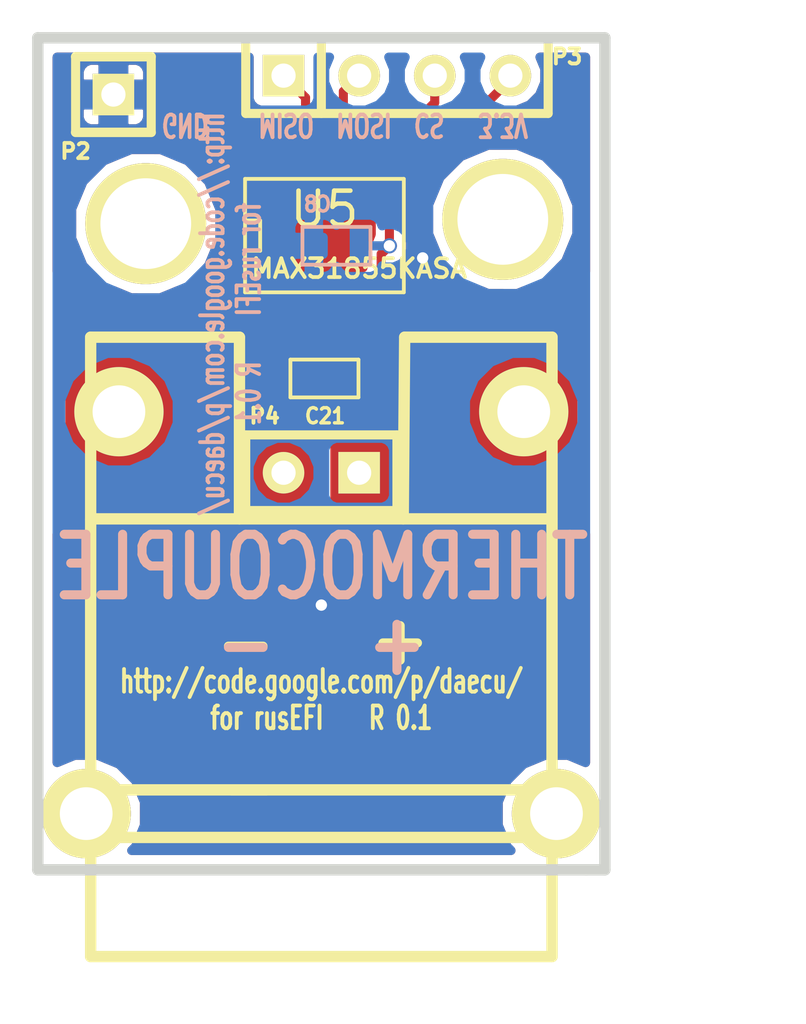
<source format=kicad_pcb>
(kicad_pcb (version 3) (host pcbnew "(2013-07-07 BZR 4022)-stable")

  (general
    (links 13)
    (no_connects 0)
    (area 93.7768 56.5658 124.877288 94.6912)
    (thickness 1.6002)
    (drawings 15)
    (tracks 42)
    (zones 0)
    (modules 9)
    (nets 8)
  )

  (page A4)
  (layers
    (15 Front signal)
    (0 Back signal)
    (16 B.Adhes user)
    (17 F.Adhes user)
    (18 B.Paste user)
    (19 F.Paste user)
    (20 B.SilkS user)
    (21 F.SilkS user)
    (22 B.Mask user)
    (23 F.Mask user)
    (24 Dwgs.User user)
    (25 Cmts.User user)
    (26 Eco1.User user)
    (27 Eco2.User user)
    (28 Edge.Cuts user)
  )

  (setup
    (last_trace_width 0.3048)
    (user_trace_width 0.381)
    (user_trace_width 0.508)
    (user_trace_width 0.635)
    (user_trace_width 1.016)
    (trace_clearance 0.3048)
    (zone_clearance 0.3048)
    (zone_45_only no)
    (trace_min 0.00762)
    (segment_width 0.381)
    (edge_width 0.381)
    (via_size 0.508)
    (via_drill 0.381)
    (via_min_size 0.02032)
    (via_min_drill 0.381)
    (user_via 1.00076 0.89916)
    (uvia_size 0.508)
    (uvia_drill 0.127)
    (uvias_allowed no)
    (uvia_min_size 0.02032)
    (uvia_min_drill 0.127)
    (pcb_text_width 0.3048)
    (pcb_text_size 1.524 2.032)
    (mod_edge_width 0.254)
    (mod_text_size 1.524 1.524)
    (mod_text_width 0.3048)
    (pad_size 0.762 1.27)
    (pad_drill 0)
    (pad_to_mask_clearance 0.254)
    (aux_axis_origin 0 0)
    (visible_elements FFFFFFBF)
    (pcbplotparams
      (layerselection 284983297)
      (usegerberextensions true)
      (excludeedgelayer true)
      (linewidth 0.150000)
      (plotframeref false)
      (viasonmask false)
      (mode 1)
      (useauxorigin false)
      (hpglpennumber 1)
      (hpglpenspeed 20)
      (hpglpendiameter 15)
      (hpglpenoverlay 0)
      (psnegative false)
      (psa4output false)
      (plotreference true)
      (plotvalue false)
      (plotothertext false)
      (plotinvisibletext false)
      (padsonsilk false)
      (subtractmaskfromsilk false)
      (outputformat 1)
      (mirror false)
      (drillshape 1)
      (scaleselection 1)
      (outputdirectory gerbers/gerbers_Spin2/))
  )

  (net 0 "")
  (net 1 //CS)
  (net 2 /MISO)
  (net 3 /SCK)
  (net 4 /TCPL+)
  (net 5 /TCPL-)
  (net 6 3.3v)
  (net 7 GND)

  (net_class Default "This is the default net class."
    (clearance 0.3048)
    (trace_width 0.3048)
    (via_dia 0.508)
    (via_drill 0.381)
    (uvia_dia 0.508)
    (uvia_drill 0.127)
    (add_net "")
    (add_net //CS)
    (add_net /MISO)
    (add_net /SCK)
    (add_net /TCPL+)
    (add_net /TCPL-)
    (add_net 3.3v)
    (add_net GND)
  )

  (module 1pin (layer Front) (tedit 4F629911) (tstamp 4F628E0D)
    (at 98.87712 65.29578)
    (descr "module 1 pin (ou trou mecanique de percage)")
    (tags DEV)
    (path /4F629521)
    (fp_text reference V802 (at 0 -3.048) (layer F.SilkS) hide
      (effects (font (size 1.016 1.016) (thickness 0.254)))
    )
    (fp_text value VIA (at 0 2.794) (layer F.SilkS) hide
      (effects (font (size 1.016 1.016) (thickness 0.254)))
    )
    (pad 1 thru_hole circle (at 0 0) (size 4.064 4.064) (drill 3.048)
      (layers *.Cu *.Mask F.SilkS)
    )
  )

  (module 1pin (layer Front) (tedit 4F629903) (tstamp 4F6280CB)
    (at 110.871 65.151)
    (descr "module 1 pin (ou trou mecanique de percage)")
    (tags DEV)
    (path /4F627FCA)
    (fp_text reference V801 (at 0 -3.048) (layer F.SilkS) hide
      (effects (font (size 1.016 1.016) (thickness 0.254)))
    )
    (fp_text value VIA (at 0 2.794) (layer F.SilkS) hide
      (effects (font (size 1.016 1.016) (thickness 0.254)))
    )
    (pad 1 thru_hole circle (at 0 0) (size 4.064 4.064) (drill 3.048)
      (layers *.Cu *.Mask F.SilkS)
    )
  )

  (module SO8E (layer Front) (tedit 4F661D77) (tstamp 4E47F42B)
    (at 104.87914 65.6971)
    (descr "module CMS SOJ 8 pins etroit")
    (tags "CMS SOJ")
    (path /4E13FF86)
    (attr smd)
    (fp_text reference U5 (at 0 -0.889) (layer F.SilkS)
      (effects (font (size 1.143 1.143) (thickness 0.1524)))
    )
    (fp_text value MAX31855KASA (at 1.16586 1.1049) (layer F.SilkS)
      (effects (font (size 0.635 0.635) (thickness 0.127)))
    )
    (fp_line (start -2.667 1.778) (end -2.667 1.905) (layer F.SilkS) (width 0.127))
    (fp_line (start -2.667 1.905) (end 2.667 1.905) (layer F.SilkS) (width 0.127))
    (fp_line (start 2.667 -1.905) (end -2.667 -1.905) (layer F.SilkS) (width 0.127))
    (fp_line (start -2.667 -1.905) (end -2.667 1.778) (layer F.SilkS) (width 0.127))
    (fp_line (start -2.667 -0.508) (end -2.159 -0.508) (layer F.SilkS) (width 0.127))
    (fp_line (start -2.159 -0.508) (end -2.159 0.508) (layer F.SilkS) (width 0.127))
    (fp_line (start -2.159 0.508) (end -2.667 0.508) (layer F.SilkS) (width 0.127))
    (fp_line (start 2.667 -1.905) (end 2.667 1.905) (layer F.SilkS) (width 0.127))
    (pad 8 smd rect (at -1.905 -2.667) (size 0.508 1.143)
      (layers Front F.Paste F.Mask)
    )
    (pad 1 smd rect (at -1.905 2.667) (size 0.508 1.143)
      (layers Front F.Paste F.Mask)
      (net 7 GND)
    )
    (pad 7 smd rect (at -0.635 -2.667) (size 0.508 1.143)
      (layers Front F.Paste F.Mask)
      (net 2 /MISO)
    )
    (pad 6 smd rect (at 0.635 -2.667) (size 0.508 1.143)
      (layers Front F.Paste F.Mask)
      (net 1 //CS)
    )
    (pad 5 smd rect (at 1.905 -2.667) (size 0.508 1.143)
      (layers Front F.Paste F.Mask)
      (net 3 /SCK)
    )
    (pad 2 smd rect (at -0.635 2.667) (size 0.508 1.143)
      (layers Front F.Paste F.Mask)
      (net 5 /TCPL-)
    )
    (pad 3 smd rect (at 0.635 2.667) (size 0.508 1.143)
      (layers Front F.Paste F.Mask)
      (net 4 /TCPL+)
    )
    (pad 4 smd rect (at 1.905 2.667) (size 0.508 1.143)
      (layers Front F.Paste F.Mask)
      (net 6 3.3v)
    )
    (model 3D/so-8.wrl
      (at (xyz 0 0 0))
      (scale (xyz 1 1 1))
      (rotate (xyz 0 0 0))
    )
  )

  (module SM0603 (layer Back) (tedit 535A1FEF) (tstamp 4E47F455)
    (at 105.283 66.04 180)
    (path /4E13FFE2)
    (attr smd)
    (fp_text reference C8 (at 0.635 1.397 180) (layer B.SilkS)
      (effects (font (size 0.508 0.4572) (thickness 0.1143)) (justify mirror))
    )
    (fp_text value 100nF (at 0 0 180) (layer B.SilkS) hide
      (effects (font (size 0.508 0.4572) (thickness 0.1143)) (justify mirror))
    )
    (fp_line (start -1.143 0.635) (end 1.143 0.635) (layer B.SilkS) (width 0.127))
    (fp_line (start 1.143 0.635) (end 1.143 -0.635) (layer B.SilkS) (width 0.127))
    (fp_line (start 1.143 -0.635) (end -1.143 -0.635) (layer B.SilkS) (width 0.127))
    (fp_line (start -1.143 -0.635) (end -1.143 0.635) (layer B.SilkS) (width 0.127))
    (pad 1 smd rect (at -0.762 0 180) (size 0.635 1.143)
      (layers Back B.Paste B.Mask)
      (net 6 3.3v)
    )
    (pad 2 smd rect (at 0.762 0 180) (size 0.635 1.143)
      (layers Back B.Paste B.Mask)
      (net 7 GND)
    )
    (model smd/resistors/R0603.wrl
      (at (xyz 0 0 0.001))
      (scale (xyz 0.5 0.5 0.5))
      (rotate (xyz 0 0 0))
    )
  )

  (module SM0603 (layer Front) (tedit 4F661D32) (tstamp 4E4C6BB1)
    (at 104.87914 70.49516)
    (path /4E4C6B54)
    (attr smd)
    (fp_text reference C21 (at 0.02286 1.25984) (layer F.SilkS)
      (effects (font (size 0.508 0.4572) (thickness 0.1143)))
    )
    (fp_text value 10nF (at 0 0) (layer F.SilkS) hide
      (effects (font (size 0.508 0.4572) (thickness 0.1143)))
    )
    (fp_line (start -1.143 -0.635) (end 1.143 -0.635) (layer F.SilkS) (width 0.127))
    (fp_line (start 1.143 -0.635) (end 1.143 0.635) (layer F.SilkS) (width 0.127))
    (fp_line (start 1.143 0.635) (end -1.143 0.635) (layer F.SilkS) (width 0.127))
    (fp_line (start -1.143 0.635) (end -1.143 -0.635) (layer F.SilkS) (width 0.127))
    (pad 1 smd rect (at -0.762 0) (size 0.635 1.143)
      (layers Front F.Paste F.Mask)
      (net 5 /TCPL-)
    )
    (pad 2 smd rect (at 0.762 0) (size 0.635 1.143)
      (layers Front F.Paste F.Mask)
      (net 4 /TCPL+)
    )
    (model smd/resistors/R0603.wrl
      (at (xyz 0 0 0.001))
      (scale (xyz 0.5 0.5 0.5))
      (rotate (xyz 0 0 0))
    )
  )

  (module tcpl_PCC-SMP (layer Front) (tedit 535A1C3C) (tstamp 535A19ED)
    (at 104.775 78.359 270)
    (path /535A15DB)
    (fp_text reference P1 (at -1.778 9.779 270) (layer F.SilkS) hide
      (effects (font (size 1.524 1.524) (thickness 0.3048)))
    )
    (fp_text value CONN_2 (at -1.5748 4.699 360) (layer F.SilkS) hide
      (effects (font (size 1.524 1.524) (thickness 0.3048)))
    )
    (fp_text user - (at 1.016 2.54 360) (layer F.SilkS)
      (effects (font (size 1.524 1.524) (thickness 0.3048)))
    )
    (fp_text user + (at 1.016 -2.54 270) (layer F.SilkS)
      (effects (font (size 1.524 1.524) (thickness 0.3048)))
    )
    (fp_line (start -3.0988 7.74954) (end -9.25068 7.74954) (layer F.SilkS) (width 0.381))
    (fp_line (start -9.25068 7.74954) (end -9.25068 2.75082) (layer F.SilkS) (width 0.381))
    (fp_line (start -9.25068 2.75082) (end -3.1496 2.75082) (layer F.SilkS) (width 0.381))
    (fp_line (start -3.1496 -2.75082) (end -9.25068 -2.79908) (layer F.SilkS) (width 0.381))
    (fp_line (start -9.25068 -2.79908) (end -9.25068 -7.74954) (layer F.SilkS) (width 0.381))
    (fp_line (start -9.25068 -7.74954) (end -3.1496 -7.74954) (layer F.SilkS) (width 0.381))
    (fp_line (start 5.95122 7.74954) (end 5.95122 -7.74954) (layer F.SilkS) (width 0.381))
    (fp_line (start 7.54888 -7.74954) (end 7.54888 7.74954) (layer F.SilkS) (width 0.381))
    (fp_line (start -3.1496 -7.74954) (end 11.54938 -7.74954) (layer F.SilkS) (width 0.381))
    (fp_line (start -3.1496 7.74954) (end -3.1496 -7.74954) (layer F.SilkS) (width 0.381))
    (fp_line (start 11.54938 7.74954) (end -3.1496 7.74954) (layer F.SilkS) (width 0.381))
    (fp_line (start 11.54938 -7.74954) (end 11.54938 7.74954) (layer F.SilkS) (width 0.381))
    (pad M thru_hole circle (at 6.74878 -7.8994 270) (size 2.99974 2.99974) (drill 1.77038)
      (layers *.Cu *.Mask F.SilkS)
    )
    (pad M thru_hole circle (at 6.74878 7.8994 270) (size 2.99974 2.99974) (drill 1.77038)
      (layers *.Cu *.Mask F.SilkS)
    )
    (pad 2 thru_hole circle (at -6.74878 -6.79958 270) (size 2.99974 2.99974) (drill 1.77038)
      (layers *.Cu *.Mask F.SilkS)
      (net 4 /TCPL+)
    )
    (pad 1 thru_hole circle (at -6.74878 6.79958 270) (size 2.99974 2.99974) (drill 1.77038)
      (layers *.Cu *.Mask F.SilkS)
      (net 5 /TCPL-)
    )
    (model 3D/TCPL_CONNECTOR_PCC-SMP.wrl
      (at (xyz 0.46 0.315 -0.17))
      (scale (xyz 10 10 10))
      (rotate (xyz 0 0 180))
    )
  )

  (module SIL-4 (layer Front) (tedit 535A1D77) (tstamp 4F67B26C)
    (at 107.315 60.325)
    (descr "Connecteur 4 pibs")
    (tags "CONN DEV")
    (path /535A166C)
    (fp_text reference P3 (at 5.715 -0.635) (layer F.SilkS)
      (effects (font (size 0.508 0.508) (thickness 0.127)))
    )
    (fp_text value CONN_4 (at 0 -2.54) (layer F.SilkS) hide
      (effects (font (size 1.524 1.016) (thickness 0.3048)))
    )
    (fp_line (start -5.08 -1.27) (end -5.08 -1.27) (layer F.SilkS) (width 0.3048))
    (fp_line (start -5.08 1.27) (end -5.08 -1.27) (layer F.SilkS) (width 0.3048))
    (fp_line (start -5.08 -1.27) (end -5.08 -1.27) (layer F.SilkS) (width 0.3048))
    (fp_line (start -5.08 -1.27) (end 5.08 -1.27) (layer F.SilkS) (width 0.3048))
    (fp_line (start 5.08 -1.27) (end 5.08 1.27) (layer F.SilkS) (width 0.3048))
    (fp_line (start 5.08 1.27) (end -5.08 1.27) (layer F.SilkS) (width 0.3048))
    (fp_line (start -2.54 1.27) (end -2.54 -1.27) (layer F.SilkS) (width 0.3048))
    (pad 1 thru_hole rect (at -3.81 0) (size 1.397 1.397) (drill 0.8128)
      (layers *.Cu *.Mask F.SilkS)
      (net 2 /MISO)
    )
    (pad 2 thru_hole circle (at -1.27 0) (size 1.397 1.397) (drill 0.8128)
      (layers *.Cu *.Mask F.SilkS)
      (net 1 //CS)
    )
    (pad 3 thru_hole circle (at 1.27 0) (size 1.397 1.397) (drill 0.8128)
      (layers *.Cu *.Mask F.SilkS)
      (net 3 /SCK)
    )
    (pad 4 thru_hole circle (at 3.81 0) (size 1.397 1.397) (drill 0.8128)
      (layers *.Cu *.Mask F.SilkS)
      (net 6 3.3v)
    )
  )

  (module SIL-1 (layer Front) (tedit 535A1D7C) (tstamp 4F5CF533)
    (at 97.79 60.96 180)
    (descr "Connecteurs 1 pin")
    (tags "CONN DEV")
    (path /535A1737)
    (fp_text reference P2 (at 1.27 -1.905 180) (layer F.SilkS)
      (effects (font (size 0.508 0.508) (thickness 0.127)))
    )
    (fp_text value CONN_1 (at 0 -2.54 180) (layer F.SilkS) hide
      (effects (font (size 1.524 1.016) (thickness 0.254)))
    )
    (fp_line (start -1.27 1.27) (end 1.27 1.27) (layer F.SilkS) (width 0.3175))
    (fp_line (start -1.27 -1.27) (end 1.27 -1.27) (layer F.SilkS) (width 0.3175))
    (fp_line (start -1.27 1.27) (end -1.27 -1.27) (layer F.SilkS) (width 0.3048))
    (fp_line (start 1.27 -1.27) (end 1.27 1.27) (layer F.SilkS) (width 0.3048))
    (pad 1 thru_hole rect (at 0 0 180) (size 1.397 1.397) (drill 0.8128)
      (layers *.Cu *.Mask F.SilkS)
      (net 7 GND)
    )
  )

  (module SIL-2 (layer Front) (tedit 535A1CFD) (tstamp 535A1BB9)
    (at 104.775 73.66 180)
    (descr "Connecteurs 2 pins")
    (tags "CONN DEV")
    (path /535A1B1D)
    (fp_text reference P4 (at 1.905 1.905 180) (layer F.SilkS)
      (effects (font (size 0.508 0.508) (thickness 0.127)))
    )
    (fp_text value CONN_2 (at 0 -2.54 180) (layer F.SilkS) hide
      (effects (font (size 1.524 1.016) (thickness 0.3048)))
    )
    (fp_line (start -2.54 1.27) (end -2.54 -1.27) (layer F.SilkS) (width 0.3048))
    (fp_line (start -2.54 -1.27) (end 2.54 -1.27) (layer F.SilkS) (width 0.3048))
    (fp_line (start 2.54 -1.27) (end 2.54 1.27) (layer F.SilkS) (width 0.3048))
    (fp_line (start 2.54 1.27) (end -2.54 1.27) (layer F.SilkS) (width 0.3048))
    (pad 1 thru_hole rect (at -1.27 0 180) (size 1.397 1.397) (drill 0.8128)
      (layers *.Cu *.Mask F.SilkS)
      (net 4 /TCPL+)
    )
    (pad 2 thru_hole circle (at 1.27 0 180) (size 1.397 1.397) (drill 0.8128)
      (layers *.Cu *.Mask F.SilkS)
      (net 5 /TCPL-)
    )
  )

  (gr_text "http://code.google.com/p/daecu/\nfor rusEFI    R 0.1" (at 104.775 81.28) (layer F.SilkS)
    (effects (font (size 0.762 0.508) (thickness 0.127)))
  )
  (gr_text "http://code.google.com/p/daecu/\nfor rusEFI    R 0.1" (at 101.727 68.326 90) (layer B.SilkS)
    (effects (font (size 0.762 0.508) (thickness 0.127)) (justify mirror))
  )
  (gr_text "MISO  MOSI  CS   3.3V" (at 107.188 61.976 180) (layer B.SilkS)
    (effects (font (size 0.762 0.508) (thickness 0.127)) (justify mirror))
  )
  (gr_text GND (at 100.203 61.976 180) (layer B.SilkS)
    (effects (font (size 0.762 0.508) (thickness 0.127)) (justify mirror))
  )
  (dimension 19.05 (width 0.3048) (layer Cmts.User)
    (gr_text "0.7500 in" (at 104.775 93.065599) (layer Cmts.User)
      (effects (font (size 2.032 1.524) (thickness 0.3048)))
    )
    (feature1 (pts (xy 114.3 88.9) (xy 114.3 94.691199)))
    (feature2 (pts (xy 95.25 88.9) (xy 95.25 94.691199)))
    (crossbar (pts (xy 95.25 91.439999) (xy 114.3 91.439999)))
    (arrow1a (pts (xy 114.3 91.439999) (xy 113.173497 92.026419)))
    (arrow1b (pts (xy 114.3 91.439999) (xy 113.173497 90.853579)))
    (arrow2a (pts (xy 95.25 91.439999) (xy 96.376503 92.026419)))
    (arrow2b (pts (xy 95.25 91.439999) (xy 96.376503 90.853579)))
  )
  (dimension 27.94 (width 0.3048) (layer Cmts.User)
    (gr_text "1.1000 in" (at 119.1006 73.025 90) (layer Cmts.User)
      (effects (font (size 2.032 1.524) (thickness 0.3048)))
    )
    (feature1 (pts (xy 116.205 59.055) (xy 120.7262 59.055)))
    (feature2 (pts (xy 116.205 86.995) (xy 120.7262 86.995)))
    (crossbar (pts (xy 117.475 86.995) (xy 117.475 59.055)))
    (arrow1a (pts (xy 117.475 59.055) (xy 118.06142 60.181503)))
    (arrow1b (pts (xy 117.475 59.055) (xy 116.88858 60.181503)))
    (arrow2a (pts (xy 117.475 86.995) (xy 118.06142 85.868497)))
    (arrow2b (pts (xy 117.475 86.995) (xy 116.88858 85.868497)))
  )
  (gr_line (start 114.3 86.995) (end 113.665 86.995) (angle 90) (layer Edge.Cuts) (width 0.381))
  (gr_line (start 114.3 59.055) (end 114.3 86.995) (angle 90) (layer Edge.Cuts) (width 0.381))
  (gr_line (start 95.25 59.055) (end 114.3 59.055) (angle 90) (layer Edge.Cuts) (width 0.381))
  (gr_line (start 95.25 86.995) (end 95.25 59.055) (angle 90) (layer Edge.Cuts) (width 0.381))
  (gr_line (start 113.665 86.995) (end 95.25 86.995) (angle 90) (layer Edge.Cuts) (width 0.381))
  (gr_text + (at 107.315 79.375) (layer B.SilkS)
    (effects (font (size 2.032 1.524) (thickness 0.3048)))
  )
  (gr_text - (at 102.235 79.375) (layer B.SilkS)
    (effects (font (size 2.032 1.524) (thickness 0.3048)))
  )
  (gr_text THERMOCOUPLE (at 104.775 76.835) (layer B.SilkS)
    (effects (font (size 2.032 1.524) (thickness 0.3048)) (justify mirror))
  )
  (gr_text - (at 102.34422 84.19592) (layer F.SilkS)
    (effects (font (size 2.032 1.524) (thickness 0.3048)))
  )

  (segment (start 105.51414 63.0301) (end 105.51414 60.85586) (width 0.3048) (layer Front) (net 1))
  (segment (start 105.51414 60.85586) (end 106.045 60.325) (width 0.3048) (layer Front) (net 1) (tstamp 535A1F73))
  (segment (start 104.24414 63.0301) (end 104.24414 61.06414) (width 0.3048) (layer Front) (net 2))
  (segment (start 104.24414 61.06414) (end 103.505 60.325) (width 0.3048) (layer Front) (net 2) (tstamp 535A1F6E))
  (segment (start 104.24414 62.63386) (end 104.24414 63.0301) (width 0.2032) (layer Front) (net 2))
  (segment (start 108.585 60.325) (end 108.585 61.22924) (width 0.3048) (layer Front) (net 3))
  (segment (start 108.585 61.22924) (end 106.78414 63.0301) (width 0.3048) (layer Front) (net 3) (tstamp 535A1F78))
  (segment (start 105.51414 68.3641) (end 105.51414 73.12914) (width 0.2032) (layer Front) (net 4))
  (segment (start 105.51414 73.12914) (end 106.045 73.66) (width 0.2032) (layer Front) (net 4) (tstamp 535A1D16))
  (segment (start 105.51414 68.3641) (end 105.51414 70.36816) (width 0.508) (layer Front) (net 4))
  (segment (start 105.51414 70.36816) (end 105.64114 70.49516) (width 0.508) (layer Front) (net 4))
  (segment (start 105.64114 70.49516) (end 110.45952 70.49516) (width 0.508) (layer Front) (net 4))
  (segment (start 110.45952 70.49516) (end 111.57458 71.61022) (width 0.508) (layer Front) (net 4))
  (segment (start 99.09048 70.49516) (end 97.97542 71.61022) (width 0.508) (layer Front) (net 5))
  (segment (start 104.11714 70.49516) (end 99.09048 70.49516) (width 0.508) (layer Front) (net 5))
  (segment (start 104.24414 70.36816) (end 104.11714 70.49516) (width 0.508) (layer Front) (net 5))
  (segment (start 104.24414 68.3641) (end 104.24414 70.36816) (width 0.508) (layer Front) (net 5))
  (segment (start 104.24414 68.3641) (end 104.24414 72.92086) (width 0.2032) (layer Front) (net 5))
  (segment (start 104.24414 72.92086) (end 103.505 73.66) (width 0.2032) (layer Front) (net 5) (tstamp 535A1D0E))
  (segment (start 107.061 66.04) (end 107.061 64.516) (width 0.3048) (layer Front) (net 6))
  (segment (start 111.125 60.452) (end 111.125 60.325) (width 0.3048) (layer Front) (net 6) (tstamp 535A2433))
  (segment (start 107.061 64.516) (end 111.125 60.452) (width 0.3048) (layer Front) (net 6) (tstamp 535A2425))
  (segment (start 106.78414 68.3641) (end 106.78414 66.31686) (width 0.3048) (layer Front) (net 6))
  (segment (start 106.78414 66.31686) (end 107.061 66.04) (width 0.3048) (layer Front) (net 6) (tstamp 535A20D0))
  (segment (start 106.045 66.04) (end 107.061 66.04) (width 0.3048) (layer Back) (net 6))
  (via (at 107.061 66.04) (size 0.508) (layers Front Back) (net 6))
  (segment (start 104.521 66.04) (end 104.521 68.834) (width 0.3048) (layer Back) (net 7))
  (via (at 104.775 78.105) (size 0.508) (layers Front Back) (net 7))
  (segment (start 102.87 78.105) (end 104.775 78.105) (width 0.3048) (layer Back) (net 7) (tstamp 535A2577))
  (segment (start 100.965 76.2) (end 102.87 78.105) (width 0.3048) (layer Back) (net 7) (tstamp 535A2575))
  (segment (start 100.965 72.39) (end 100.965 76.2) (width 0.3048) (layer Back) (net 7) (tstamp 535A2571))
  (segment (start 104.521 68.834) (end 100.965 72.39) (width 0.3048) (layer Back) (net 7) (tstamp 535A256D))
  (segment (start 104.521 66.04) (end 104.521 65.024) (width 0.3048) (layer Back) (net 7))
  (segment (start 108.1786 66.4464) (end 108.1024 66.3702) (width 0.3048) (layer Front) (net 7) (tstamp 535A241A))
  (via (at 108.1786 66.4464) (size 0.508) (layers Front Back) (net 7))
  (segment (start 108.1786 65.7352) (end 108.1786 66.4464) (width 0.3048) (layer Back) (net 7) (tstamp 535A2411))
  (segment (start 107.3658 64.9224) (end 108.1786 65.7352) (width 0.3048) (layer Back) (net 7) (tstamp 535A240D))
  (segment (start 104.6226 64.9224) (end 107.3658 64.9224) (width 0.3048) (layer Back) (net 7) (tstamp 535A23FD))
  (segment (start 104.521 65.024) (end 104.6226 64.9224) (width 0.3048) (layer Back) (net 7) (tstamp 535A23FB))
  (segment (start 102.97414 68.3641) (end 102.97414 65.12814) (width 0.3048) (layer Front) (net 7))
  (segment (start 98.806 60.96) (end 97.79 60.96) (width 0.3048) (layer Front) (net 7) (tstamp 535A20DA))
  (segment (start 102.97414 65.12814) (end 98.806 60.96) (width 0.3048) (layer Front) (net 7) (tstamp 535A20D6))

  (zone (net 4) (net_name /TCPL+) (layer Front) (tstamp 535A2568) (hatch edge 0.508)
    (connect_pads yes (clearance 0.2032))
    (min_thickness 0.254)
    (fill (arc_segments 16) (thermal_gap 0.508) (thermal_bridge_width 0.508) (smoothing fillet) (radius 0.508))
    (polygon
      (pts
        (xy 113.37798 75.29576) (xy 113.37798 67.39636) (xy 105.07726 67.39636) (xy 105.07726 75.29576)
      )
    )
    (filled_polygon
      (pts
        (xy 113.25098 74.775252) (xy 113.21968 74.93261) (xy 113.137628 75.055408) (xy 113.01483 75.13746) (xy 112.857472 75.16876)
        (xy 105.597768 75.16876) (xy 105.44041 75.13746) (xy 105.317612 75.055408) (xy 105.23556 74.93261) (xy 105.20426 74.775252)
        (xy 105.20426 67.916868) (xy 105.23556 67.75951) (xy 105.317612 67.636712) (xy 105.44041 67.55466) (xy 105.597768 67.52336)
        (xy 106.18866 67.52336) (xy 106.164292 67.547686) (xy 106.098416 67.706333) (xy 106.098266 67.878113) (xy 106.098266 69.021113)
        (xy 106.163865 69.179875) (xy 106.285226 69.301448) (xy 106.443873 69.367324) (xy 106.615653 69.367474) (xy 107.123653 69.367474)
        (xy 107.282415 69.301875) (xy 107.403988 69.180514) (xy 107.469864 69.021867) (xy 107.470014 68.850087) (xy 107.470014 67.707087)
        (xy 107.404415 67.548325) (xy 107.379493 67.52336) (xy 110.159591 67.52336) (xy 110.37877 67.614371) (xy 111.35893 67.615226)
        (xy 111.581262 67.52336) (xy 112.857472 67.52336) (xy 113.01483 67.55466) (xy 113.137628 67.636712) (xy 113.21968 67.75951)
        (xy 113.25098 67.916868) (xy 113.25098 74.775252)
      )
    )
  )
  (zone (net 5) (net_name /TCPL-) (layer Front) (tstamp 535A2567) (hatch edge 0.508)
    (connect_pads yes (clearance 0.2032))
    (min_thickness 0.254)
    (fill (arc_segments 16) (thermal_gap 0.508) (thermal_bridge_width 0.508) (smoothing fillet) (radius 0.508))
    (polygon
      (pts
        (xy 104.67848 75.29576) (xy 104.67848 67.39636) (xy 96.1771 67.39636) (xy 96.1771 75.29576)
      )
    )
    (filled_polygon
      (pts
        (xy 104.55148 74.775252) (xy 104.52018 74.93261) (xy 104.438128 75.055408) (xy 104.31533 75.13746) (xy 104.157972 75.16876)
        (xy 96.697608 75.16876) (xy 96.54025 75.13746) (xy 96.417452 75.055408) (xy 96.3354 74.93261) (xy 96.3041 74.775252)
        (xy 96.3041 67.916868) (xy 96.3354 67.75951) (xy 96.417452 67.636712) (xy 96.54025 67.55466) (xy 96.697608 67.52336)
        (xy 97.817043 67.52336) (xy 98.38489 67.759151) (xy 99.36505 67.760006) (xy 99.937776 67.52336) (xy 102.37866 67.52336)
        (xy 102.354292 67.547686) (xy 102.288416 67.706333) (xy 102.288266 67.878113) (xy 102.288266 69.021113) (xy 102.353865 69.179875)
        (xy 102.475226 69.301448) (xy 102.633873 69.367324) (xy 102.805653 69.367474) (xy 103.313653 69.367474) (xy 103.472415 69.301875)
        (xy 103.593988 69.180514) (xy 103.659864 69.021867) (xy 103.660014 68.850087) (xy 103.660014 67.707087) (xy 103.594415 67.548325)
        (xy 103.569493 67.52336) (xy 104.157972 67.52336) (xy 104.31533 67.55466) (xy 104.438128 67.636712) (xy 104.52018 67.75951)
        (xy 104.55148 67.916868) (xy 104.55148 74.775252)
      )
    )
  )
  (zone (net 7) (net_name GND) (layer Back) (tstamp 535A2566) (hatch edge 0.508)
    (connect_pads (clearance 0.3048))
    (min_thickness 0.3048)
    (fill (arc_segments 16) (thermal_gap 0.3) (thermal_bridge_width 1.38176) (smoothing fillet) (radius 0.508))
    (polygon
      (pts
        (xy 114.935 58.42) (xy 94.615 58.42) (xy 94.615 87.63) (xy 114.935 87.63)
      )
    )
    (filled_polygon
      (pts
        (xy 113.6523 83.394755) (xy 113.531989 83.344797) (xy 113.531989 71.222643) (xy 113.360631 70.807925) (xy 113.360631 64.65804)
        (xy 112.982471 63.742824) (xy 112.282859 63.04199) (xy 111.368305 62.662233) (xy 110.37804 62.661369) (xy 109.462824 63.039529)
        (xy 108.76199 63.739141) (xy 108.382233 64.653695) (xy 108.381369 65.64396) (xy 108.759529 66.559176) (xy 109.459141 67.26001)
        (xy 110.373695 67.639767) (xy 111.36396 67.640631) (xy 112.279176 67.262471) (xy 112.98001 66.562859) (xy 113.359767 65.648305)
        (xy 113.360631 64.65804) (xy 113.360631 70.807925) (xy 113.23467 70.503077) (xy 112.684618 69.952064) (xy 111.965573 69.653491)
        (xy 111.187003 69.652811) (xy 110.467437 69.95013) (xy 109.916424 70.500182) (xy 109.617851 71.219227) (xy 109.617171 71.997797)
        (xy 109.91449 72.717363) (xy 110.464542 73.268376) (xy 111.183587 73.566949) (xy 111.962157 73.567629) (xy 112.681723 73.27031)
        (xy 113.232736 72.720258) (xy 113.531309 72.001213) (xy 113.531989 71.222643) (xy 113.531989 83.344797) (xy 113.065393 83.151051)
        (xy 112.286823 83.150371) (xy 111.567257 83.44769) (xy 111.016244 83.997742) (xy 110.717671 84.716787) (xy 110.716991 85.495357)
        (xy 111.01431 86.214923) (xy 111.146456 86.3473) (xy 107.772323 86.3473) (xy 107.772323 65.899154) (xy 107.664277 65.637664)
        (xy 107.464388 65.437426) (xy 107.203087 65.328924) (xy 106.920154 65.328677) (xy 106.817024 65.371289) (xy 106.750321 65.209855)
        (xy 106.621821 65.081131) (xy 106.453841 65.01138) (xy 106.271956 65.011221) (xy 105.636956 65.011221) (xy 105.468855 65.080679)
        (xy 105.340131 65.209179) (xy 105.280401 65.353024) (xy 105.221802 65.211902) (xy 105.094429 65.084751) (xy 104.928093 65.016022)
        (xy 104.79285 65.0161) (xy 104.67975 65.1292) (xy 104.67975 65.75425) (xy 104.8385 65.75425) (xy 104.8385 66.32575)
        (xy 104.67975 66.32575) (xy 104.67975 66.9508) (xy 104.79285 67.0639) (xy 104.928093 67.063978) (xy 105.094429 66.995249)
        (xy 105.221802 66.868098) (xy 105.280462 66.726829) (xy 105.339679 66.870145) (xy 105.468179 66.998869) (xy 105.636159 67.06862)
        (xy 105.818044 67.068779) (xy 106.453044 67.068779) (xy 106.621145 66.999321) (xy 106.749869 66.870821) (xy 106.817139 66.708815)
        (xy 106.918913 66.751076) (xy 107.201846 66.751323) (xy 107.463336 66.643277) (xy 107.663574 66.443388) (xy 107.772076 66.182087)
        (xy 107.772323 65.899154) (xy 107.772323 86.3473) (xy 107.200779 86.3473) (xy 107.200779 74.267956) (xy 107.200779 72.870956)
        (xy 107.131321 72.702855) (xy 107.002821 72.574131) (xy 106.834841 72.50438) (xy 106.652956 72.504221) (xy 105.255956 72.504221)
        (xy 105.087855 72.573679) (xy 104.959131 72.702179) (xy 104.88938 72.870159) (xy 104.889221 73.052044) (xy 104.889221 74.449044)
        (xy 104.958679 74.617145) (xy 105.087179 74.745869) (xy 105.255159 74.81562) (xy 105.437044 74.815779) (xy 106.834044 74.815779)
        (xy 107.002145 74.746321) (xy 107.130869 74.617821) (xy 107.20062 74.449841) (xy 107.200779 74.267956) (xy 107.200779 86.3473)
        (xy 104.6609 86.3473) (xy 104.6609 73.431126) (xy 104.485326 73.006204) (xy 104.36225 72.882913) (xy 104.36225 66.9508)
        (xy 104.36225 66.32575) (xy 104.36225 65.75425) (xy 104.36225 65.1292) (xy 104.24915 65.0161) (xy 104.113907 65.016022)
        (xy 103.947571 65.084751) (xy 103.820198 65.211902) (xy 103.751179 65.378117) (xy 103.751022 65.558093) (xy 103.7511 65.64115)
        (xy 103.8642 65.75425) (xy 104.36225 65.75425) (xy 104.36225 66.32575) (xy 103.8642 66.32575) (xy 103.7511 66.43885)
        (xy 103.751022 66.521907) (xy 103.751179 66.701883) (xy 103.820198 66.868098) (xy 103.947571 66.995249) (xy 104.113907 67.063978)
        (xy 104.24915 67.0639) (xy 104.36225 66.9508) (xy 104.36225 72.882913) (xy 104.160506 72.680817) (xy 103.735891 72.504502)
        (xy 103.276126 72.5041) (xy 102.851204 72.679674) (xy 102.525817 73.004494) (xy 102.349502 73.429109) (xy 102.3491 73.888874)
        (xy 102.524674 74.313796) (xy 102.849494 74.639183) (xy 103.274109 74.815498) (xy 103.733874 74.8159) (xy 104.158796 74.640326)
        (xy 104.484183 74.315506) (xy 104.660498 73.890891) (xy 104.6609 73.431126) (xy 104.6609 86.3473) (xy 101.366751 86.3473)
        (xy 101.366751 64.80282) (xy 100.988591 63.887604) (xy 100.288979 63.18677) (xy 99.374425 62.807013) (xy 98.940978 62.806634)
        (xy 98.940978 61.568907) (xy 98.940978 60.351093) (xy 98.940821 60.171117) (xy 98.871802 60.004902) (xy 98.744429 59.877751)
        (xy 98.578093 59.809022) (xy 98.25235 59.8091) (xy 98.13925 59.9222) (xy 98.13925 60.61075) (xy 98.8278 60.61075)
        (xy 98.9409 60.49765) (xy 98.940978 60.351093) (xy 98.940978 61.568907) (xy 98.9409 61.42235) (xy 98.8278 61.30925)
        (xy 98.13925 61.30925) (xy 98.13925 61.9978) (xy 98.25235 62.1109) (xy 98.578093 62.110978) (xy 98.744429 62.042249)
        (xy 98.871802 61.915098) (xy 98.940821 61.748883) (xy 98.940978 61.568907) (xy 98.940978 62.806634) (xy 98.38416 62.806149)
        (xy 97.468944 63.184309) (xy 97.44075 63.212453) (xy 97.44075 61.9978) (xy 97.44075 61.30925) (xy 97.44075 60.61075)
        (xy 97.44075 59.9222) (xy 97.32765 59.8091) (xy 97.001907 59.809022) (xy 96.835571 59.877751) (xy 96.708198 60.004902)
        (xy 96.639179 60.171117) (xy 96.639022 60.351093) (xy 96.6391 60.49765) (xy 96.7522 60.61075) (xy 97.44075 60.61075)
        (xy 97.44075 61.30925) (xy 96.7522 61.30925) (xy 96.6391 61.42235) (xy 96.639022 61.568907) (xy 96.639179 61.748883)
        (xy 96.708198 61.915098) (xy 96.835571 62.042249) (xy 97.001907 62.110978) (xy 97.32765 62.1109) (xy 97.44075 61.9978)
        (xy 97.44075 63.212453) (xy 96.76811 63.883921) (xy 96.388353 64.798475) (xy 96.387489 65.78874) (xy 96.765649 66.703956)
        (xy 97.465261 67.40479) (xy 98.379815 67.784547) (xy 99.37008 67.785411) (xy 100.285296 67.407251) (xy 100.98613 66.707639)
        (xy 101.365887 65.793085) (xy 101.366751 64.80282) (xy 101.366751 86.3473) (xy 99.932829 86.3473) (xy 99.932829 71.222643)
        (xy 99.63551 70.503077) (xy 99.085458 69.952064) (xy 98.366413 69.653491) (xy 97.587843 69.652811) (xy 96.868277 69.95013)
        (xy 96.317264 70.500182) (xy 96.018691 71.219227) (xy 96.018011 71.997797) (xy 96.31533 72.717363) (xy 96.865382 73.268376)
        (xy 97.584427 73.566949) (xy 98.362997 73.567629) (xy 99.082563 73.27031) (xy 99.633576 72.720258) (xy 99.932149 72.001213)
        (xy 99.932829 71.222643) (xy 99.932829 86.3473) (xy 98.404047 86.3473) (xy 98.533756 86.217818) (xy 98.832329 85.498773)
        (xy 98.833009 84.720203) (xy 98.53569 84.000637) (xy 97.985638 83.449624) (xy 97.266593 83.151051) (xy 96.488023 83.150371)
        (xy 95.8977 83.394287) (xy 95.8977 59.7027) (xy 102.349233 59.7027) (xy 102.349221 59.717044) (xy 102.349221 61.114044)
        (xy 102.418679 61.282145) (xy 102.547179 61.410869) (xy 102.715159 61.48062) (xy 102.897044 61.480779) (xy 104.294044 61.480779)
        (xy 104.462145 61.411321) (xy 104.590869 61.282821) (xy 104.66062 61.114841) (xy 104.660779 60.932956) (xy 104.660779 59.7027)
        (xy 105.052028 59.7027) (xy 104.889502 60.094109) (xy 104.8891 60.553874) (xy 105.064674 60.978796) (xy 105.389494 61.304183)
        (xy 105.814109 61.480498) (xy 106.273874 61.4809) (xy 106.698796 61.305326) (xy 107.024183 60.980506) (xy 107.200498 60.555891)
        (xy 107.2009 60.096126) (xy 107.038339 59.7027) (xy 107.592028 59.7027) (xy 107.429502 60.094109) (xy 107.4291 60.553874)
        (xy 107.604674 60.978796) (xy 107.929494 61.304183) (xy 108.354109 61.480498) (xy 108.813874 61.4809) (xy 109.238796 61.305326)
        (xy 109.564183 60.980506) (xy 109.740498 60.555891) (xy 109.7409 60.096126) (xy 109.578339 59.7027) (xy 110.132028 59.7027)
        (xy 109.969502 60.094109) (xy 109.9691 60.553874) (xy 110.144674 60.978796) (xy 110.469494 61.304183) (xy 110.894109 61.480498)
        (xy 111.353874 61.4809) (xy 111.778796 61.305326) (xy 112.104183 60.980506) (xy 112.280498 60.555891) (xy 112.2809 60.096126)
        (xy 112.118339 59.7027) (xy 113.6523 59.7027) (xy 113.6523 83.394755)
      )
    )
  )
  (zone (net 7) (net_name GND) (layer Front) (tstamp 535A256C) (hatch edge 0.508)
    (connect_pads (clearance 0.3048))
    (min_thickness 0.3048)
    (fill (arc_segments 16) (thermal_gap 0.3) (thermal_bridge_width 1.38176) (smoothing fillet) (radius 0.508))
    (polygon
      (pts
        (xy 93.98 57.785) (xy 115.57 57.785) (xy 115.57 88.265) (xy 93.98 88.265)
      )
    )
    (polygon
      (pts        (xy 95.758 75.692) (xy 95.758 66.929) (xy 113.792 66.929) (xy 113.792 75.692)
      )
    )
    (filled_polygon
      (pts
        (xy 106.656016 64.058879) (xy 106.629948 64.084948) (xy 106.497803 64.282716) (xy 106.4514 64.516) (xy 106.4514 65.653532)
        (xy 106.356272 65.882623) (xy 106.353088 65.885808) (xy 106.220943 66.083576) (xy 106.17454 66.31686) (xy 106.17454 66.7766)
        (xy 100.917048 66.7766) (xy 100.98613 66.707639) (xy 101.365887 65.793085) (xy 101.366751 64.80282) (xy 100.988591 63.887604)
        (xy 100.288979 63.18677) (xy 99.374425 62.807013) (xy 98.940978 62.806634) (xy 98.940978 61.568907) (xy 98.940978 60.351093)
        (xy 98.940821 60.171117) (xy 98.871802 60.004902) (xy 98.744429 59.877751) (xy 98.578093 59.809022) (xy 98.25235 59.8091)
        (xy 98.13925 59.9222) (xy 98.13925 60.61075) (xy 98.8278 60.61075) (xy 98.9409 60.49765) (xy 98.940978 60.351093)
        (xy 98.940978 61.568907) (xy 98.9409 61.42235) (xy 98.8278 61.30925) (xy 98.13925 61.30925) (xy 98.13925 61.9978)
        (xy 98.25235 62.1109) (xy 98.578093 62.110978) (xy 98.744429 62.042249) (xy 98.871802 61.915098) (xy 98.940821 61.748883)
        (xy 98.940978 61.568907) (xy 98.940978 62.806634) (xy 98.38416 62.806149) (xy 97.468944 63.184309) (xy 97.44075 63.212453)
        (xy 97.44075 61.9978) (xy 97.44075 61.30925) (xy 97.44075 60.61075) (xy 97.44075 59.9222) (xy 97.32765 59.8091)
        (xy 97.001907 59.809022) (xy 96.835571 59.877751) (xy 96.708198 60.004902) (xy 96.639179 60.171117) (xy 96.639022 60.351093)
        (xy 96.6391 60.49765) (xy 96.7522 60.61075) (xy 97.44075 60.61075) (xy 97.44075 61.30925) (xy 96.7522 61.30925)
        (xy 96.6391 61.42235) (xy 96.639022 61.568907) (xy 96.639179 61.748883) (xy 96.708198 61.915098) (xy 96.835571 62.042249)
        (xy 97.001907 62.110978) (xy 97.32765 62.1109) (xy 97.44075 61.9978) (xy 97.44075 63.212453) (xy 96.76811 63.883921)
        (xy 96.388353 64.798475) (xy 96.387489 65.78874) (xy 96.765649 66.703956) (xy 96.838166 66.7766) (xy 96.25099 66.7766)
        (xy 96.012133 66.824111) (xy 95.8977 66.900573) (xy 95.8977 59.7027) (xy 102.349233 59.7027) (xy 102.349221 59.717044)
        (xy 102.349221 61.114044) (xy 102.418679 61.282145) (xy 102.547179 61.410869) (xy 102.715159 61.48062) (xy 102.897044 61.480779)
        (xy 103.63454 61.480779) (xy 103.63454 62.167565) (xy 103.609039 62.193021) (xy 103.487461 62.071231) (xy 103.319481 62.00148)
        (xy 103.137596 62.001321) (xy 102.629596 62.001321) (xy 102.461495 62.070779) (xy 102.332771 62.199279) (xy 102.26302 62.367259)
        (xy 102.262861 62.549144) (xy 102.262861 63.692144) (xy 102.332319 63.860245) (xy 102.460819 63.988969) (xy 102.628799 64.05872)
        (xy 102.810684 64.058879) (xy 103.318684 64.058879) (xy 103.486785 63.989421) (xy 103.60924 63.867178) (xy 103.730819 63.988969)
        (xy 103.898799 64.05872) (xy 104.080684 64.058879) (xy 104.588684 64.058879) (xy 104.756785 63.989421) (xy 104.87924 63.867178)
        (xy 105.000819 63.988969) (xy 105.168799 64.05872) (xy 105.350684 64.058879) (xy 105.858684 64.058879) (xy 106.026785 63.989421)
        (xy 106.14924 63.867178) (xy 106.270819 63.988969) (xy 106.438799 64.05872) (xy 106.620684 64.058879) (xy 106.656016 64.058879)
      )
    )
    (filled_polygon
      (pts
        (xy 113.6523 66.900573) (xy 113.537867 66.824111) (xy 113.29901 66.7766) (xy 112.765895 66.7766) (xy 112.98001 66.562859)
        (xy 113.359767 65.648305) (xy 113.360631 64.65804) (xy 112.982471 63.742824) (xy 112.282859 63.04199) (xy 111.368305 62.662233)
        (xy 110.37804 62.661369) (xy 109.462824 63.039529) (xy 108.76199 63.739141) (xy 108.382233 64.653695) (xy 108.381369 65.64396)
        (xy 108.759529 66.559176) (xy 108.976573 66.7766) (xy 107.39374 66.7766) (xy 107.39374 66.672033) (xy 107.463336 66.643277)
        (xy 107.663574 66.443388) (xy 107.772076 66.182087) (xy 107.772323 65.899154) (xy 107.6706 65.652966) (xy 107.6706 64.768504)
        (xy 110.95855 61.480554) (xy 111.353874 61.4809) (xy 111.778796 61.305326) (xy 112.104183 60.980506) (xy 112.280498 60.555891)
        (xy 112.2809 60.096126) (xy 112.118339 59.7027) (xy 113.6523 59.7027) (xy 113.6523 66.900573)
      )
    )
    (filled_polygon
      (pts
        (xy 113.6523 83.394755) (xy 113.065393 83.151051) (xy 112.286823 83.150371) (xy 111.567257 83.44769) (xy 111.016244 83.997742)
        (xy 110.717671 84.716787) (xy 110.716991 85.495357) (xy 111.01431 86.214923) (xy 111.146456 86.3473) (xy 98.404047 86.3473)
        (xy 98.533756 86.217818) (xy 98.832329 85.498773) (xy 98.833009 84.720203) (xy 98.53569 84.000637) (xy 97.985638 83.449624)
        (xy 97.266593 83.151051) (xy 96.488023 83.150371) (xy 95.8977 83.394287) (xy 95.8977 75.720426) (xy 96.012133 75.796889)
        (xy 96.25099 75.8444) (xy 113.29901 75.8444) (xy 113.537867 75.796889) (xy 113.6523 75.720426) (xy 113.6523 83.394755)
      )
    )
  )
)

</source>
